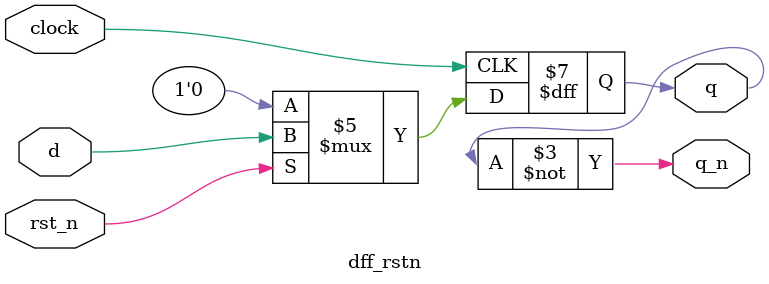
<source format=v>
module lab6_seq_1101 (
  input clock, rst_n,
  input d_in,
  output found
);

  wire [3:0] q, q_n;

  dff_rstn d0 ( .rst_n( rst_n ), .clock( clock ), .d( d_in ), .q( q[0] ), .q_n( q_n[0] ) );
  dff_rstn d1 ( .rst_n( rst_n ), .clock( clock ), .d( q[0] ), .q( q[1] ), .q_n( q_n[1] ) );
  dff_rstn d2 ( .rst_n( rst_n ), .clock( clock ), .d( q[1] ), .q( q[2] ), .q_n( q_n[2] ) );
  dff_rstn d3 ( .rst_n( rst_n ), .clock( clock ), .d( q[2] ), .q( q[3] ), .q_n( q_n[3] ) );

  assign found = q[3] & q[2] & q_n[1] & q[0];

endmodule

module dff_rstn (
  input rst_n, clock,
  input d,
  output reg q,
  output q_n
);

  always @( posedge clock )
    if( !rst_n )
      q <= 0;
    else
      q <= d;

  assign q_n = ~q;

endmodule

</source>
